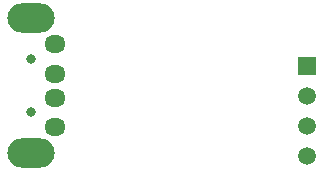
<source format=gbr>
G04*
G04 #@! TF.GenerationSoftware,Altium Limited,Altium Designer,24.2.2 (26)*
G04*
G04 Layer_Physical_Order=2*
G04 Layer_Color=16711680*
%FSLAX44Y44*%
%MOMM*%
G71*
G04*
G04 #@! TF.SameCoordinates,FD859A0A-F5B6-4767-9988-903C0D25BE4A*
G04*
G04*
G04 #@! TF.FilePolarity,Positive*
G04*
G01*
G75*
%ADD32C,1.5000*%
%ADD33R,1.5000X1.5000*%
%ADD34C,0.8000*%
%ADD35O,4.0000X2.5000*%
%ADD36O,1.8000X1.5000*%
D32*
X260350Y111760D02*
D03*
Y86360D02*
D03*
Y60960D02*
D03*
D33*
Y137160D02*
D03*
D34*
X27000Y98150D02*
D03*
Y143150D02*
D03*
D35*
Y63650D02*
D03*
Y177650D02*
D03*
D36*
X47000Y85650D02*
D03*
Y110650D02*
D03*
Y130650D02*
D03*
Y155650D02*
D03*
M02*

</source>
